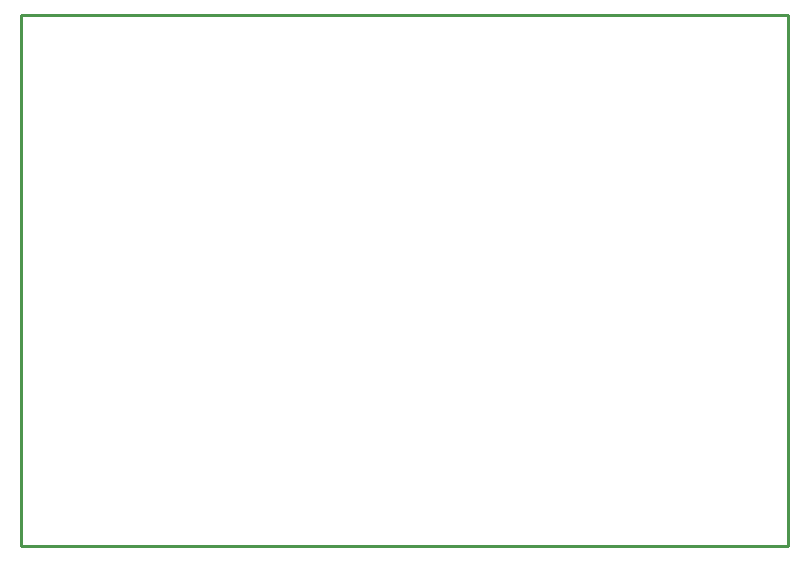
<source format=gko>
G04*
G04 #@! TF.GenerationSoftware,Altium Limited,Altium Designer,21.4.1 (30)*
G04*
G04 Layer_Color=16711935*
%FSLAX25Y25*%
%MOIN*%
G70*
G04*
G04 #@! TF.SameCoordinates,690C2B1C-B9AF-4ECE-B77D-8E73C62371D7*
G04*
G04*
G04 #@! TF.FilePolarity,Positive*
G04*
G01*
G75*
%ADD12C,0.00984*%
D12*
X-0Y-0D02*
X255905Y-0D01*
Y177165D01*
X-0Y-0D02*
Y161417D01*
Y177165D02*
X255905D01*
X-0Y161417D02*
Y177165D01*
M02*

</source>
